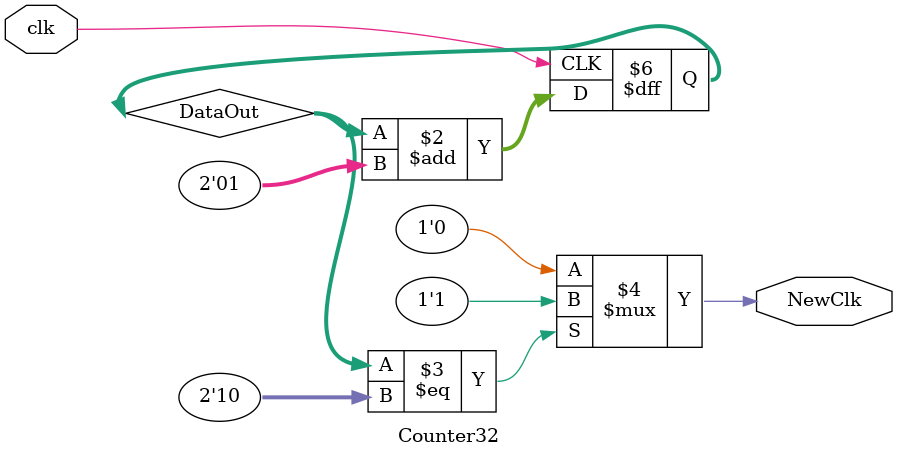
<source format=v>
`timescale 1ns / 1ps


module Counter32(
    input clk,
    output NewClk
    );
   reg [1:0] DataOut = 0;
   always @(posedge clk)
      DataOut <= DataOut + 2'b01;
	assign NewClk = (DataOut==2'b10) ? 1'b1 : 1'b0;

endmodule

</source>
